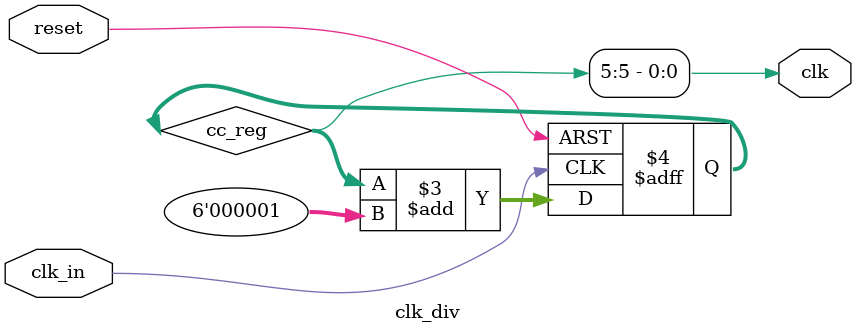
<source format=v>
module clk_div 
  #( parameter DIV = 5 )
  (  input clk_in, 
     input reset,
     output clk ); 
   
   reg [5:0] cc_reg; 

   assign clk = cc_reg[DIV]; 
   
   always @(posedge clk_in , negedge reset)
   begin
       if (!reset)
         cc_reg <= 0;
       else
         cc_reg <= cc_reg + 6'h01;
   end
endmodule
</source>
